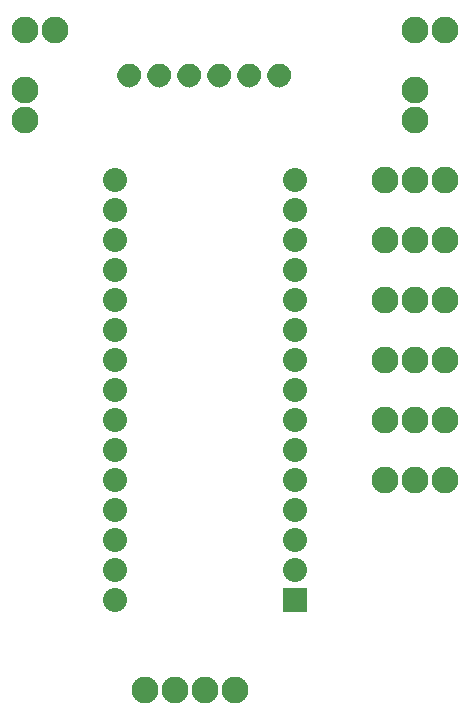
<source format=gbs>
G04 MADE WITH FRITZING*
G04 WWW.FRITZING.ORG*
G04 DOUBLE SIDED*
G04 HOLES PLATED*
G04 CONTOUR ON CENTER OF CONTOUR VECTOR*
%ASAXBY*%
%FSLAX23Y23*%
%MOIN*%
%OFA0B0*%
%SFA1.0B1.0*%
%ADD10C,0.089370*%
%ADD11C,0.080000*%
%ADD12R,0.079972X0.080000*%
%ADD13R,0.001000X0.001000*%
%LNMASK0*%
G90*
G70*
G54D10*
X613Y195D03*
X713Y195D03*
X813Y195D03*
X913Y195D03*
G54D11*
X1113Y495D03*
X1113Y595D03*
X1113Y695D03*
X1113Y795D03*
X1113Y895D03*
X1113Y995D03*
X1113Y1095D03*
X1113Y1195D03*
X1113Y1295D03*
X1113Y1395D03*
X1113Y1495D03*
X1113Y1595D03*
X1113Y1695D03*
X1113Y1795D03*
X1113Y1895D03*
X513Y495D03*
X513Y595D03*
X513Y695D03*
X513Y795D03*
X513Y895D03*
X513Y995D03*
X513Y1095D03*
X513Y1195D03*
X513Y1295D03*
X513Y1395D03*
X513Y1495D03*
X513Y1595D03*
X513Y1695D03*
X513Y1795D03*
X513Y1895D03*
G54D10*
X1513Y2395D03*
X1613Y2395D03*
X1513Y2095D03*
X1513Y2195D03*
X213Y2095D03*
X213Y2195D03*
X1413Y895D03*
X1513Y895D03*
X1613Y895D03*
X1413Y1095D03*
X1513Y1095D03*
X1613Y1095D03*
X1413Y1295D03*
X1513Y1295D03*
X1613Y1295D03*
X1413Y1495D03*
X1513Y1495D03*
X1613Y1495D03*
X1413Y1695D03*
X1513Y1695D03*
X1613Y1695D03*
X1413Y1895D03*
X1513Y1895D03*
X1613Y1895D03*
X213Y2395D03*
X313Y2395D03*
G54D12*
X1113Y495D03*
G54D13*
X555Y2284D02*
X569Y2284D01*
X655Y2284D02*
X669Y2284D01*
X755Y2284D02*
X769Y2284D01*
X855Y2284D02*
X869Y2284D01*
X955Y2284D02*
X969Y2284D01*
X1055Y2284D02*
X1069Y2284D01*
X551Y2283D02*
X573Y2283D01*
X651Y2283D02*
X673Y2283D01*
X751Y2283D02*
X773Y2283D01*
X851Y2283D02*
X873Y2283D01*
X951Y2283D02*
X973Y2283D01*
X1051Y2283D02*
X1073Y2283D01*
X549Y2282D02*
X575Y2282D01*
X649Y2282D02*
X675Y2282D01*
X749Y2282D02*
X775Y2282D01*
X849Y2282D02*
X875Y2282D01*
X949Y2282D02*
X975Y2282D01*
X1049Y2282D02*
X1075Y2282D01*
X547Y2281D02*
X577Y2281D01*
X647Y2281D02*
X677Y2281D01*
X747Y2281D02*
X777Y2281D01*
X847Y2281D02*
X877Y2281D01*
X947Y2281D02*
X977Y2281D01*
X1047Y2281D02*
X1077Y2281D01*
X545Y2280D02*
X579Y2280D01*
X645Y2280D02*
X679Y2280D01*
X745Y2280D02*
X779Y2280D01*
X845Y2280D02*
X879Y2280D01*
X945Y2280D02*
X979Y2280D01*
X1045Y2280D02*
X1079Y2280D01*
X543Y2279D02*
X581Y2279D01*
X643Y2279D02*
X681Y2279D01*
X743Y2279D02*
X781Y2279D01*
X843Y2279D02*
X881Y2279D01*
X943Y2279D02*
X981Y2279D01*
X1043Y2279D02*
X1081Y2279D01*
X542Y2278D02*
X582Y2278D01*
X642Y2278D02*
X682Y2278D01*
X742Y2278D02*
X782Y2278D01*
X842Y2278D02*
X882Y2278D01*
X942Y2278D02*
X982Y2278D01*
X1042Y2278D02*
X1082Y2278D01*
X540Y2277D02*
X584Y2277D01*
X640Y2277D02*
X684Y2277D01*
X740Y2277D02*
X784Y2277D01*
X840Y2277D02*
X884Y2277D01*
X940Y2277D02*
X984Y2277D01*
X1040Y2277D02*
X1084Y2277D01*
X539Y2276D02*
X585Y2276D01*
X639Y2276D02*
X685Y2276D01*
X739Y2276D02*
X785Y2276D01*
X839Y2276D02*
X885Y2276D01*
X939Y2276D02*
X985Y2276D01*
X1039Y2276D02*
X1085Y2276D01*
X538Y2275D02*
X586Y2275D01*
X638Y2275D02*
X686Y2275D01*
X738Y2275D02*
X786Y2275D01*
X838Y2275D02*
X886Y2275D01*
X938Y2275D02*
X986Y2275D01*
X1038Y2275D02*
X1086Y2275D01*
X537Y2274D02*
X587Y2274D01*
X637Y2274D02*
X687Y2274D01*
X737Y2274D02*
X787Y2274D01*
X837Y2274D02*
X887Y2274D01*
X937Y2274D02*
X987Y2274D01*
X1037Y2274D02*
X1087Y2274D01*
X536Y2273D02*
X589Y2273D01*
X636Y2273D02*
X688Y2273D01*
X736Y2273D02*
X788Y2273D01*
X836Y2273D02*
X888Y2273D01*
X936Y2273D02*
X988Y2273D01*
X1036Y2273D02*
X1088Y2273D01*
X535Y2272D02*
X590Y2272D01*
X635Y2272D02*
X690Y2272D01*
X735Y2272D02*
X789Y2272D01*
X835Y2272D02*
X889Y2272D01*
X935Y2272D02*
X989Y2272D01*
X1035Y2272D02*
X1089Y2272D01*
X534Y2271D02*
X590Y2271D01*
X634Y2271D02*
X690Y2271D01*
X734Y2271D02*
X790Y2271D01*
X834Y2271D02*
X890Y2271D01*
X934Y2271D02*
X990Y2271D01*
X1034Y2271D02*
X1090Y2271D01*
X533Y2270D02*
X591Y2270D01*
X633Y2270D02*
X691Y2270D01*
X733Y2270D02*
X791Y2270D01*
X833Y2270D02*
X891Y2270D01*
X933Y2270D02*
X991Y2270D01*
X1033Y2270D02*
X1091Y2270D01*
X532Y2269D02*
X592Y2269D01*
X632Y2269D02*
X692Y2269D01*
X732Y2269D02*
X792Y2269D01*
X832Y2269D02*
X892Y2269D01*
X932Y2269D02*
X992Y2269D01*
X1032Y2269D02*
X1092Y2269D01*
X531Y2268D02*
X593Y2268D01*
X631Y2268D02*
X693Y2268D01*
X731Y2268D02*
X793Y2268D01*
X831Y2268D02*
X893Y2268D01*
X931Y2268D02*
X993Y2268D01*
X1031Y2268D02*
X1093Y2268D01*
X530Y2267D02*
X594Y2267D01*
X630Y2267D02*
X694Y2267D01*
X730Y2267D02*
X794Y2267D01*
X830Y2267D02*
X894Y2267D01*
X930Y2267D02*
X994Y2267D01*
X1030Y2267D02*
X1094Y2267D01*
X530Y2266D02*
X594Y2266D01*
X630Y2266D02*
X694Y2266D01*
X730Y2266D02*
X794Y2266D01*
X830Y2266D02*
X894Y2266D01*
X930Y2266D02*
X994Y2266D01*
X1030Y2266D02*
X1094Y2266D01*
X529Y2265D02*
X595Y2265D01*
X629Y2265D02*
X695Y2265D01*
X729Y2265D02*
X795Y2265D01*
X829Y2265D02*
X895Y2265D01*
X929Y2265D02*
X995Y2265D01*
X1029Y2265D02*
X1095Y2265D01*
X528Y2264D02*
X596Y2264D01*
X628Y2264D02*
X696Y2264D01*
X728Y2264D02*
X796Y2264D01*
X828Y2264D02*
X896Y2264D01*
X928Y2264D02*
X996Y2264D01*
X1028Y2264D02*
X1096Y2264D01*
X528Y2263D02*
X596Y2263D01*
X628Y2263D02*
X696Y2263D01*
X728Y2263D02*
X796Y2263D01*
X828Y2263D02*
X896Y2263D01*
X928Y2263D02*
X996Y2263D01*
X1028Y2263D02*
X1096Y2263D01*
X527Y2262D02*
X597Y2262D01*
X627Y2262D02*
X697Y2262D01*
X727Y2262D02*
X797Y2262D01*
X827Y2262D02*
X897Y2262D01*
X927Y2262D02*
X997Y2262D01*
X1027Y2262D02*
X1097Y2262D01*
X527Y2261D02*
X597Y2261D01*
X627Y2261D02*
X697Y2261D01*
X727Y2261D02*
X797Y2261D01*
X827Y2261D02*
X897Y2261D01*
X927Y2261D02*
X997Y2261D01*
X1027Y2261D02*
X1097Y2261D01*
X526Y2260D02*
X598Y2260D01*
X626Y2260D02*
X698Y2260D01*
X726Y2260D02*
X798Y2260D01*
X826Y2260D02*
X898Y2260D01*
X926Y2260D02*
X998Y2260D01*
X1026Y2260D02*
X1098Y2260D01*
X526Y2259D02*
X598Y2259D01*
X626Y2259D02*
X698Y2259D01*
X726Y2259D02*
X798Y2259D01*
X826Y2259D02*
X898Y2259D01*
X926Y2259D02*
X998Y2259D01*
X1026Y2259D02*
X1098Y2259D01*
X525Y2258D02*
X599Y2258D01*
X625Y2258D02*
X699Y2258D01*
X725Y2258D02*
X799Y2258D01*
X825Y2258D02*
X899Y2258D01*
X925Y2258D02*
X999Y2258D01*
X1025Y2258D02*
X1099Y2258D01*
X525Y2257D02*
X599Y2257D01*
X625Y2257D02*
X699Y2257D01*
X725Y2257D02*
X799Y2257D01*
X825Y2257D02*
X899Y2257D01*
X925Y2257D02*
X999Y2257D01*
X1025Y2257D02*
X1099Y2257D01*
X525Y2256D02*
X600Y2256D01*
X625Y2256D02*
X700Y2256D01*
X724Y2256D02*
X800Y2256D01*
X824Y2256D02*
X900Y2256D01*
X924Y2256D02*
X1000Y2256D01*
X1024Y2256D02*
X1100Y2256D01*
X524Y2255D02*
X600Y2255D01*
X624Y2255D02*
X700Y2255D01*
X724Y2255D02*
X800Y2255D01*
X824Y2255D02*
X900Y2255D01*
X924Y2255D02*
X1000Y2255D01*
X1024Y2255D02*
X1100Y2255D01*
X524Y2254D02*
X600Y2254D01*
X624Y2254D02*
X700Y2254D01*
X724Y2254D02*
X800Y2254D01*
X824Y2254D02*
X900Y2254D01*
X924Y2254D02*
X1000Y2254D01*
X1024Y2254D02*
X1100Y2254D01*
X524Y2253D02*
X601Y2253D01*
X624Y2253D02*
X700Y2253D01*
X724Y2253D02*
X800Y2253D01*
X824Y2253D02*
X900Y2253D01*
X924Y2253D02*
X1000Y2253D01*
X1024Y2253D02*
X1100Y2253D01*
X523Y2252D02*
X601Y2252D01*
X623Y2252D02*
X701Y2252D01*
X723Y2252D02*
X801Y2252D01*
X823Y2252D02*
X901Y2252D01*
X923Y2252D02*
X1001Y2252D01*
X1023Y2252D02*
X1101Y2252D01*
X523Y2251D02*
X601Y2251D01*
X623Y2251D02*
X701Y2251D01*
X723Y2251D02*
X801Y2251D01*
X823Y2251D02*
X901Y2251D01*
X923Y2251D02*
X1001Y2251D01*
X1023Y2251D02*
X1101Y2251D01*
X523Y2250D02*
X601Y2250D01*
X623Y2250D02*
X701Y2250D01*
X723Y2250D02*
X801Y2250D01*
X823Y2250D02*
X901Y2250D01*
X923Y2250D02*
X1001Y2250D01*
X1023Y2250D02*
X1101Y2250D01*
X523Y2249D02*
X601Y2249D01*
X623Y2249D02*
X701Y2249D01*
X723Y2249D02*
X801Y2249D01*
X823Y2249D02*
X901Y2249D01*
X923Y2249D02*
X1001Y2249D01*
X1023Y2249D02*
X1101Y2249D01*
X523Y2248D02*
X601Y2248D01*
X623Y2248D02*
X701Y2248D01*
X723Y2248D02*
X801Y2248D01*
X823Y2248D02*
X901Y2248D01*
X923Y2248D02*
X1001Y2248D01*
X1023Y2248D02*
X1101Y2248D01*
X523Y2247D02*
X601Y2247D01*
X623Y2247D02*
X701Y2247D01*
X723Y2247D02*
X801Y2247D01*
X823Y2247D02*
X901Y2247D01*
X923Y2247D02*
X1001Y2247D01*
X1023Y2247D02*
X1101Y2247D01*
X523Y2246D02*
X602Y2246D01*
X623Y2246D02*
X702Y2246D01*
X723Y2246D02*
X802Y2246D01*
X823Y2246D02*
X901Y2246D01*
X923Y2246D02*
X1001Y2246D01*
X1023Y2246D02*
X1102Y2246D01*
X523Y2245D02*
X602Y2245D01*
X623Y2245D02*
X702Y2245D01*
X723Y2245D02*
X802Y2245D01*
X823Y2245D02*
X902Y2245D01*
X923Y2245D02*
X1002Y2245D01*
X1023Y2245D02*
X1102Y2245D01*
X523Y2244D02*
X602Y2244D01*
X623Y2244D02*
X702Y2244D01*
X723Y2244D02*
X802Y2244D01*
X823Y2244D02*
X902Y2244D01*
X923Y2244D02*
X1002Y2244D01*
X1023Y2244D02*
X1102Y2244D01*
X523Y2243D02*
X601Y2243D01*
X623Y2243D02*
X701Y2243D01*
X723Y2243D02*
X801Y2243D01*
X823Y2243D02*
X901Y2243D01*
X923Y2243D02*
X1001Y2243D01*
X1023Y2243D02*
X1101Y2243D01*
X523Y2242D02*
X601Y2242D01*
X623Y2242D02*
X701Y2242D01*
X723Y2242D02*
X801Y2242D01*
X823Y2242D02*
X901Y2242D01*
X923Y2242D02*
X1001Y2242D01*
X1023Y2242D02*
X1101Y2242D01*
X523Y2241D02*
X601Y2241D01*
X623Y2241D02*
X701Y2241D01*
X723Y2241D02*
X801Y2241D01*
X823Y2241D02*
X901Y2241D01*
X923Y2241D02*
X1001Y2241D01*
X1023Y2241D02*
X1101Y2241D01*
X523Y2240D02*
X601Y2240D01*
X623Y2240D02*
X701Y2240D01*
X723Y2240D02*
X801Y2240D01*
X823Y2240D02*
X901Y2240D01*
X923Y2240D02*
X1001Y2240D01*
X1023Y2240D02*
X1101Y2240D01*
X523Y2239D02*
X601Y2239D01*
X623Y2239D02*
X701Y2239D01*
X723Y2239D02*
X801Y2239D01*
X823Y2239D02*
X901Y2239D01*
X923Y2239D02*
X1001Y2239D01*
X1023Y2239D02*
X1101Y2239D01*
X523Y2238D02*
X601Y2238D01*
X623Y2238D02*
X701Y2238D01*
X723Y2238D02*
X801Y2238D01*
X823Y2238D02*
X901Y2238D01*
X923Y2238D02*
X1001Y2238D01*
X1023Y2238D02*
X1101Y2238D01*
X524Y2237D02*
X601Y2237D01*
X624Y2237D02*
X701Y2237D01*
X724Y2237D02*
X801Y2237D01*
X824Y2237D02*
X901Y2237D01*
X924Y2237D02*
X1001Y2237D01*
X1024Y2237D02*
X1101Y2237D01*
X524Y2236D02*
X600Y2236D01*
X624Y2236D02*
X700Y2236D01*
X724Y2236D02*
X800Y2236D01*
X824Y2236D02*
X900Y2236D01*
X924Y2236D02*
X1000Y2236D01*
X1024Y2236D02*
X1100Y2236D01*
X524Y2235D02*
X600Y2235D01*
X624Y2235D02*
X700Y2235D01*
X724Y2235D02*
X800Y2235D01*
X824Y2235D02*
X900Y2235D01*
X924Y2235D02*
X1000Y2235D01*
X1024Y2235D02*
X1100Y2235D01*
X524Y2234D02*
X600Y2234D01*
X624Y2234D02*
X700Y2234D01*
X724Y2234D02*
X800Y2234D01*
X824Y2234D02*
X900Y2234D01*
X924Y2234D02*
X1000Y2234D01*
X1024Y2234D02*
X1100Y2234D01*
X525Y2233D02*
X599Y2233D01*
X625Y2233D02*
X699Y2233D01*
X725Y2233D02*
X799Y2233D01*
X825Y2233D02*
X899Y2233D01*
X925Y2233D02*
X999Y2233D01*
X1025Y2233D02*
X1099Y2233D01*
X525Y2232D02*
X599Y2232D01*
X625Y2232D02*
X699Y2232D01*
X725Y2232D02*
X799Y2232D01*
X825Y2232D02*
X899Y2232D01*
X925Y2232D02*
X999Y2232D01*
X1025Y2232D02*
X1099Y2232D01*
X526Y2231D02*
X598Y2231D01*
X626Y2231D02*
X698Y2231D01*
X726Y2231D02*
X798Y2231D01*
X826Y2231D02*
X898Y2231D01*
X926Y2231D02*
X998Y2231D01*
X1026Y2231D02*
X1098Y2231D01*
X526Y2230D02*
X598Y2230D01*
X626Y2230D02*
X698Y2230D01*
X726Y2230D02*
X798Y2230D01*
X826Y2230D02*
X898Y2230D01*
X926Y2230D02*
X998Y2230D01*
X1026Y2230D02*
X1098Y2230D01*
X527Y2229D02*
X597Y2229D01*
X627Y2229D02*
X697Y2229D01*
X727Y2229D02*
X797Y2229D01*
X827Y2229D02*
X897Y2229D01*
X927Y2229D02*
X997Y2229D01*
X1027Y2229D02*
X1097Y2229D01*
X527Y2228D02*
X597Y2228D01*
X627Y2228D02*
X697Y2228D01*
X727Y2228D02*
X797Y2228D01*
X827Y2228D02*
X897Y2228D01*
X927Y2228D02*
X997Y2228D01*
X1027Y2228D02*
X1097Y2228D01*
X528Y2227D02*
X596Y2227D01*
X628Y2227D02*
X696Y2227D01*
X728Y2227D02*
X796Y2227D01*
X828Y2227D02*
X896Y2227D01*
X928Y2227D02*
X996Y2227D01*
X1028Y2227D02*
X1096Y2227D01*
X528Y2226D02*
X596Y2226D01*
X628Y2226D02*
X696Y2226D01*
X728Y2226D02*
X796Y2226D01*
X828Y2226D02*
X896Y2226D01*
X928Y2226D02*
X996Y2226D01*
X1028Y2226D02*
X1096Y2226D01*
X529Y2225D02*
X595Y2225D01*
X629Y2225D02*
X695Y2225D01*
X729Y2225D02*
X795Y2225D01*
X829Y2225D02*
X895Y2225D01*
X929Y2225D02*
X995Y2225D01*
X1029Y2225D02*
X1095Y2225D01*
X530Y2224D02*
X595Y2224D01*
X630Y2224D02*
X695Y2224D01*
X730Y2224D02*
X795Y2224D01*
X830Y2224D02*
X894Y2224D01*
X930Y2224D02*
X994Y2224D01*
X1030Y2224D02*
X1094Y2224D01*
X530Y2223D02*
X594Y2223D01*
X630Y2223D02*
X694Y2223D01*
X730Y2223D02*
X794Y2223D01*
X830Y2223D02*
X894Y2223D01*
X930Y2223D02*
X994Y2223D01*
X1030Y2223D02*
X1094Y2223D01*
X531Y2222D02*
X593Y2222D01*
X631Y2222D02*
X693Y2222D01*
X731Y2222D02*
X793Y2222D01*
X831Y2222D02*
X893Y2222D01*
X931Y2222D02*
X993Y2222D01*
X1031Y2222D02*
X1093Y2222D01*
X532Y2221D02*
X592Y2221D01*
X632Y2221D02*
X692Y2221D01*
X732Y2221D02*
X792Y2221D01*
X832Y2221D02*
X892Y2221D01*
X932Y2221D02*
X992Y2221D01*
X1032Y2221D02*
X1092Y2221D01*
X533Y2220D02*
X591Y2220D01*
X633Y2220D02*
X691Y2220D01*
X733Y2220D02*
X791Y2220D01*
X833Y2220D02*
X891Y2220D01*
X933Y2220D02*
X991Y2220D01*
X1033Y2220D02*
X1091Y2220D01*
X534Y2219D02*
X591Y2219D01*
X634Y2219D02*
X691Y2219D01*
X734Y2219D02*
X791Y2219D01*
X834Y2219D02*
X891Y2219D01*
X934Y2219D02*
X991Y2219D01*
X1034Y2219D02*
X1091Y2219D01*
X535Y2218D02*
X590Y2218D01*
X635Y2218D02*
X690Y2218D01*
X735Y2218D02*
X790Y2218D01*
X835Y2218D02*
X890Y2218D01*
X934Y2218D02*
X990Y2218D01*
X1034Y2218D02*
X1090Y2218D01*
X536Y2217D02*
X589Y2217D01*
X636Y2217D02*
X689Y2217D01*
X736Y2217D02*
X789Y2217D01*
X835Y2217D02*
X889Y2217D01*
X935Y2217D02*
X989Y2217D01*
X1035Y2217D02*
X1089Y2217D01*
X537Y2216D02*
X588Y2216D01*
X637Y2216D02*
X688Y2216D01*
X737Y2216D02*
X788Y2216D01*
X837Y2216D02*
X888Y2216D01*
X937Y2216D02*
X988Y2216D01*
X1037Y2216D02*
X1088Y2216D01*
X538Y2215D02*
X586Y2215D01*
X638Y2215D02*
X686Y2215D01*
X738Y2215D02*
X786Y2215D01*
X838Y2215D02*
X886Y2215D01*
X938Y2215D02*
X986Y2215D01*
X1038Y2215D02*
X1086Y2215D01*
X539Y2214D02*
X585Y2214D01*
X639Y2214D02*
X685Y2214D01*
X739Y2214D02*
X785Y2214D01*
X839Y2214D02*
X885Y2214D01*
X939Y2214D02*
X985Y2214D01*
X1039Y2214D02*
X1085Y2214D01*
X540Y2213D02*
X584Y2213D01*
X640Y2213D02*
X684Y2213D01*
X740Y2213D02*
X784Y2213D01*
X840Y2213D02*
X884Y2213D01*
X940Y2213D02*
X984Y2213D01*
X1040Y2213D02*
X1084Y2213D01*
X542Y2212D02*
X583Y2212D01*
X642Y2212D02*
X683Y2212D01*
X742Y2212D02*
X783Y2212D01*
X842Y2212D02*
X882Y2212D01*
X942Y2212D02*
X982Y2212D01*
X1042Y2212D02*
X1082Y2212D01*
X543Y2211D02*
X581Y2211D01*
X643Y2211D02*
X681Y2211D01*
X743Y2211D02*
X781Y2211D01*
X843Y2211D02*
X881Y2211D01*
X943Y2211D02*
X981Y2211D01*
X1043Y2211D02*
X1081Y2211D01*
X545Y2210D02*
X579Y2210D01*
X645Y2210D02*
X679Y2210D01*
X745Y2210D02*
X779Y2210D01*
X845Y2210D02*
X879Y2210D01*
X945Y2210D02*
X979Y2210D01*
X1045Y2210D02*
X1079Y2210D01*
X547Y2209D02*
X577Y2209D01*
X647Y2209D02*
X677Y2209D01*
X747Y2209D02*
X777Y2209D01*
X847Y2209D02*
X877Y2209D01*
X947Y2209D02*
X977Y2209D01*
X1047Y2209D02*
X1077Y2209D01*
X549Y2208D02*
X575Y2208D01*
X649Y2208D02*
X675Y2208D01*
X749Y2208D02*
X775Y2208D01*
X849Y2208D02*
X875Y2208D01*
X949Y2208D02*
X975Y2208D01*
X1049Y2208D02*
X1075Y2208D01*
X551Y2207D02*
X573Y2207D01*
X651Y2207D02*
X673Y2207D01*
X751Y2207D02*
X773Y2207D01*
X851Y2207D02*
X873Y2207D01*
X951Y2207D02*
X973Y2207D01*
X1051Y2207D02*
X1073Y2207D01*
X555Y2206D02*
X570Y2206D01*
X655Y2206D02*
X670Y2206D01*
X755Y2206D02*
X770Y2206D01*
X855Y2206D02*
X870Y2206D01*
X955Y2206D02*
X970Y2206D01*
X1054Y2206D02*
X1070Y2206D01*
X561Y2205D02*
X563Y2205D01*
X661Y2205D02*
X663Y2205D01*
X761Y2205D02*
X763Y2205D01*
X861Y2205D02*
X863Y2205D01*
X961Y2205D02*
X963Y2205D01*
X1061Y2205D02*
X1063Y2205D01*
D02*
G04 End of Mask0*
M02*
</source>
